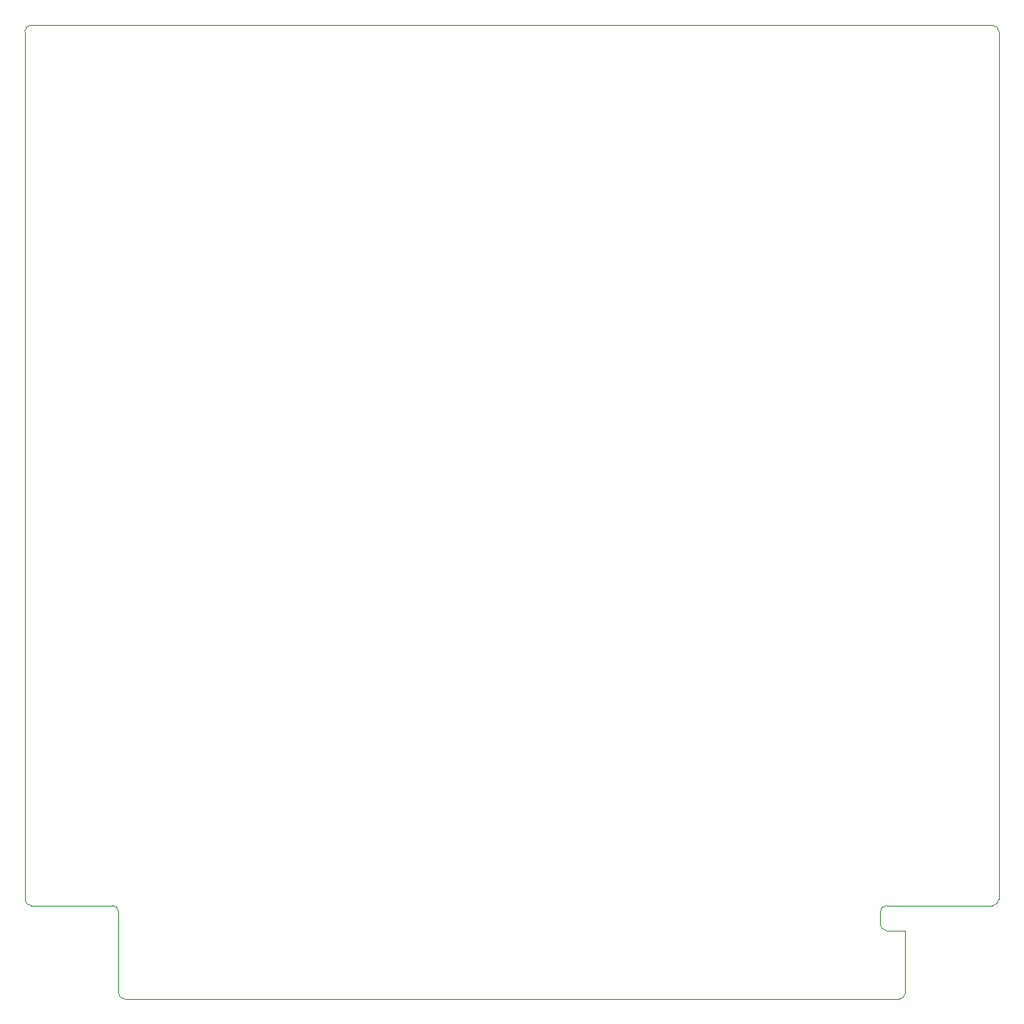
<source format=gm1>
G04 #@! TF.GenerationSoftware,KiCad,Pcbnew,6.0.11-2627ca5db0~126~ubuntu20.04.1*
G04 #@! TF.CreationDate,2023-08-10T13:47:57+05:00*
G04 #@! TF.ProjectId,zx_01,7a785f30-312e-46b6-9963-61645f706362,rev?*
G04 #@! TF.SameCoordinates,Original*
G04 #@! TF.FileFunction,Profile,NP*
%FSLAX46Y46*%
G04 Gerber Fmt 4.6, Leading zero omitted, Abs format (unit mm)*
G04 Created by KiCad (PCBNEW 6.0.11-2627ca5db0~126~ubuntu20.04.1) date 2023-08-10 13:47:57*
%MOMM*%
%LPD*%
G01*
G04 APERTURE LIST*
G04 #@! TA.AperFunction,Profile*
%ADD10C,0.100000*%
G04 #@! TD*
G04 APERTURE END LIST*
D10*
X43180000Y-50800000D02*
G75*
G03*
X42545000Y-51435000I0J-635000D01*
G01*
X130175000Y-140335000D02*
G75*
G03*
X129540000Y-140970000I0J-635000D01*
G01*
X43180000Y-50800000D02*
X140970000Y-50800000D01*
X52070000Y-149225000D02*
G75*
G03*
X52705000Y-149860000I635000J0D01*
G01*
X130175000Y-140335000D02*
X140970000Y-140335000D01*
X52070000Y-140970000D02*
G75*
G03*
X51435000Y-140335000I-635000J0D01*
G01*
X42545000Y-139700000D02*
X42545000Y-51435000D01*
X129540000Y-142240000D02*
G75*
G03*
X130175000Y-142875000I635000J0D01*
G01*
X141605000Y-51435000D02*
G75*
G03*
X140970000Y-50800000I-635000J0D01*
G01*
X52070000Y-149225000D02*
X52070000Y-140970000D01*
X141605000Y-139700000D02*
X141605000Y-51435000D01*
X131445000Y-149860000D02*
G75*
G03*
X132080000Y-149225000I0J635000D01*
G01*
X131445000Y-149860000D02*
X52705000Y-149860000D01*
X140970000Y-140335000D02*
G75*
G03*
X141605000Y-139700000I0J635000D01*
G01*
X51435000Y-140335000D02*
X43180000Y-140335000D01*
X129540000Y-140970000D02*
X129540000Y-142240000D01*
X42545000Y-139700000D02*
G75*
G03*
X43180000Y-140335000I635000J0D01*
G01*
X132080000Y-149225000D02*
X132080000Y-142875000D01*
X132080000Y-142875000D02*
X130175000Y-142875000D01*
M02*

</source>
